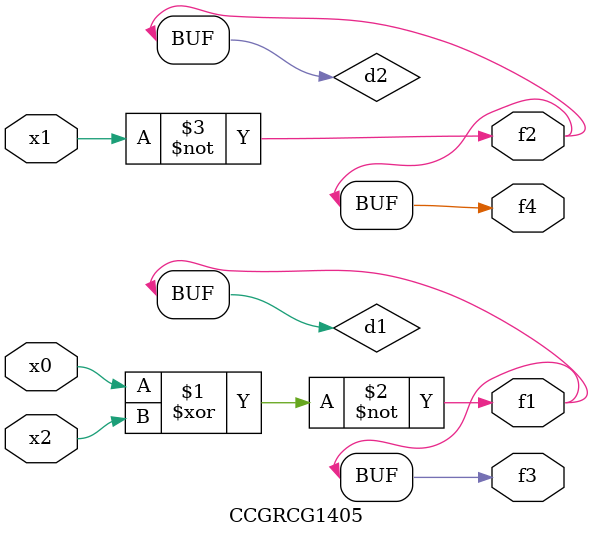
<source format=v>
module CCGRCG1405(
	input x0, x1, x2,
	output f1, f2, f3, f4
);

	wire d1, d2, d3;

	xnor (d1, x0, x2);
	nand (d2, x1);
	nor (d3, x1, x2);
	assign f1 = d1;
	assign f2 = d2;
	assign f3 = d1;
	assign f4 = d2;
endmodule

</source>
